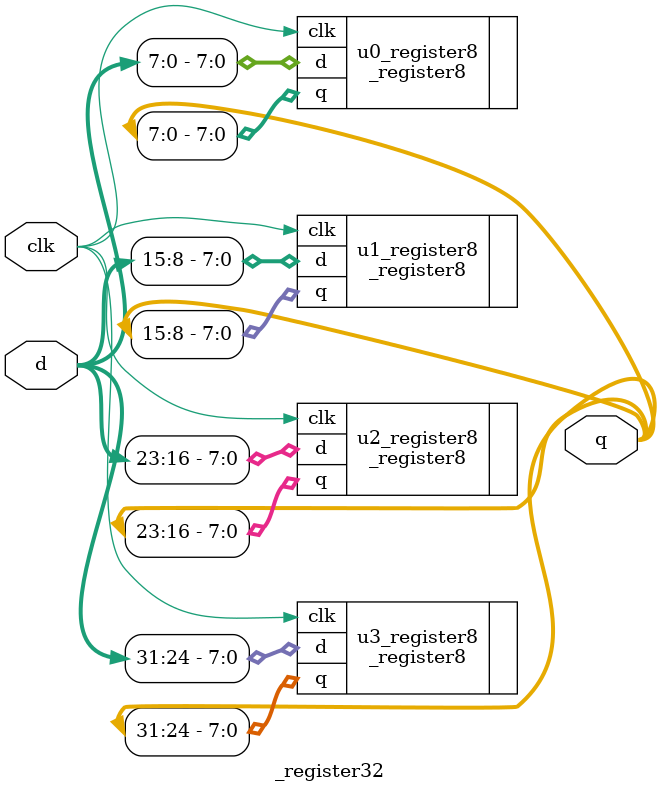
<source format=v>
module _register32(clk, d,q);// module name is _register32
	input clk;// 1bit input signal clk
	input [31:0] d;// 32bit input signal d
	output [31:0] q;// 32bit input signal q
	
	
	_register8 u0_register8 (.clk(clk), .d(d[7:0]), .q(q[7:0])); //instance name is  u0_register8, use _register8 module
	_register8 u1_register8 (.clk(clk), .d(d[15:8]), .q(q[15:8]));//instance name is  u1_register8, use _register8 module
	_register8 u2_register8 (.clk(clk), .d(d[23:16]), .q(q[23:16]));//instance name is  u2_register8, use _register8 module
	_register8 u3_register8 (.clk(clk), .d(d[31:24]), .q(q[31:24]));//instance name is  u3_register8, use _register8 module
	
endmodule // endmodule

</source>
